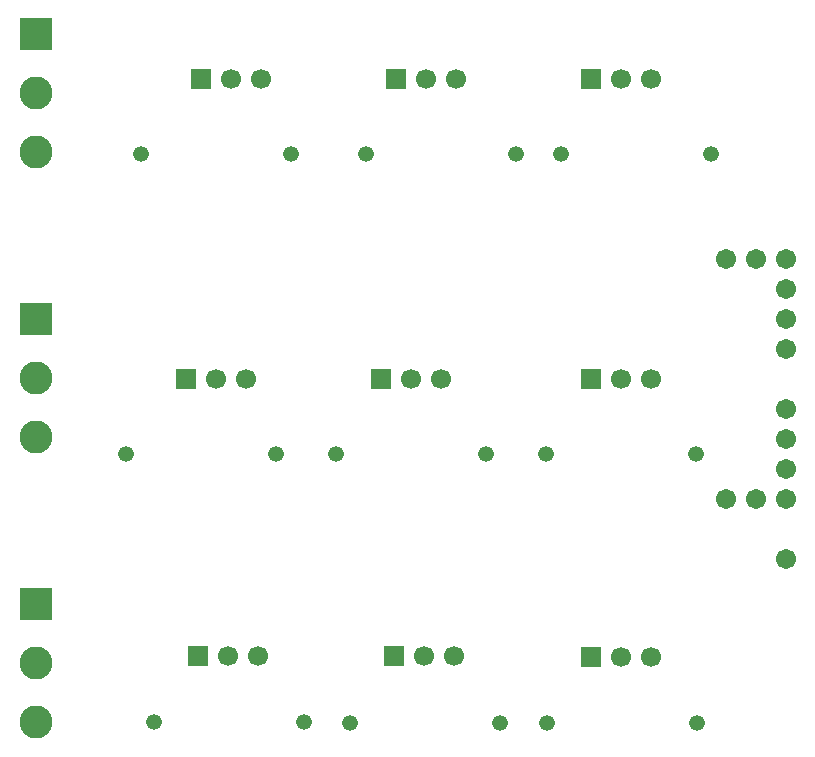
<source format=gbr>
G04 DipTrace 3.2.0.1*
G04 TopPaste.gbr*
%MOIN*%
G04 #@! TF.FileFunction,Paste,Top*
G04 #@! TF.Part,Single*
%ADD32C,0.052126*%
%ADD34C,0.052126*%
%ADD36C,0.066929*%
%ADD38R,0.066929X0.066929*%
%ADD40C,0.067126*%
%ADD42C,0.110236*%
%ADD44R,0.110236X0.110236*%
%FSLAX26Y26*%
G04*
G70*
G90*
G75*
G01*
G04 TopPaste*
%LPD*%
D44*
X793701Y3043701D3*
D42*
Y2846850D3*
Y2650000D3*
D44*
Y2093701D3*
D42*
Y1896850D3*
Y1700000D3*
D44*
Y1143701D3*
D42*
Y946850D3*
Y750000D3*
D40*
X3293701Y2293701D3*
Y2193701D3*
Y2093701D3*
Y1293701D3*
Y1793701D3*
Y1693701D3*
Y1593701D3*
Y1993701D3*
Y1493701D3*
X3093701D3*
Y2293701D3*
X3193701D3*
Y1493701D3*
D38*
X1343701Y2893701D3*
D36*
X1443701D3*
X1543701D3*
D38*
X1993701D3*
D36*
X2093701D3*
X2193701D3*
D38*
X2643701D3*
D36*
X2743701D3*
X2843701D3*
D38*
X1293701Y1893701D3*
D36*
X1393701D3*
X1493701D3*
D38*
X1943701D3*
D36*
X2043701D3*
X2143701D3*
D38*
X2643701D3*
D36*
X2743701D3*
X2843701D3*
D38*
X1334129Y970304D3*
D36*
X1434129D3*
X1534129D3*
D38*
X1987563Y970597D3*
D36*
X2087563D3*
X2187563D3*
D38*
X2643402Y968845D3*
D36*
X2743402D3*
X2843402D3*
D34*
X1643701Y2643701D3*
D32*
X1143701D3*
D34*
X2393701D3*
D32*
X1893701D3*
D34*
X3043701D3*
D32*
X2543701D3*
D34*
X1593701Y1643701D3*
D32*
X1093701D3*
D34*
X2293701D3*
D32*
X1793701D3*
D34*
X2993701D3*
D32*
X2493701D3*
D34*
X1687488Y750660D3*
D32*
X1187488D3*
D34*
X2339045Y748697D3*
D32*
X1839045D3*
D34*
X2998178Y749388D3*
D32*
X2498178D3*
M02*

</source>
